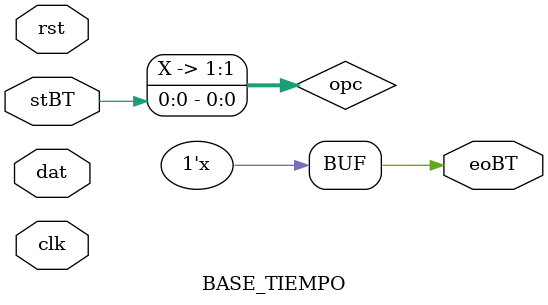
<source format=v>
module BASE_TIEMPO #(
	parameter n=8
	)
	(
	input  rst,
	input  clk,
	input  stBT,
	input  [n-1:0] dat,
	output reg eoBT
	);		   


	reg [n-1:0] Qn;
	reg [n-1:0] Qp;
	reg [n-1:0] Qf;
	
	reg [1:0] opc;
	reg igual;
	
		
	    always @(Qp,opc)
			
			begin		
	       	Qf=Qp;
			case(opc)
				
				2'b00: begin
				Qn = Qp;
				end		
				
				2'b01: begin
				Qn = Qp + 1;
				end	 
				
				default: begin
				Qn = 0;
				end
				
			endcase
			
		end	
				  
		always @(Qf,dat,igual,stBT)
		
		begin 
		eoBT = igual;
		opc = {igual,stBT};
			if (Qf==dat)
				igual = 1'b1;
			else
				igual = 1'b0;
		end
			
		
		always @(posedge clk or posedge rst)
			begin 
			if(rst == 1'b1)
				Qp <= 0;
			else
				Qp <= Qn;
			end
			
endmodule
			
			
</source>
